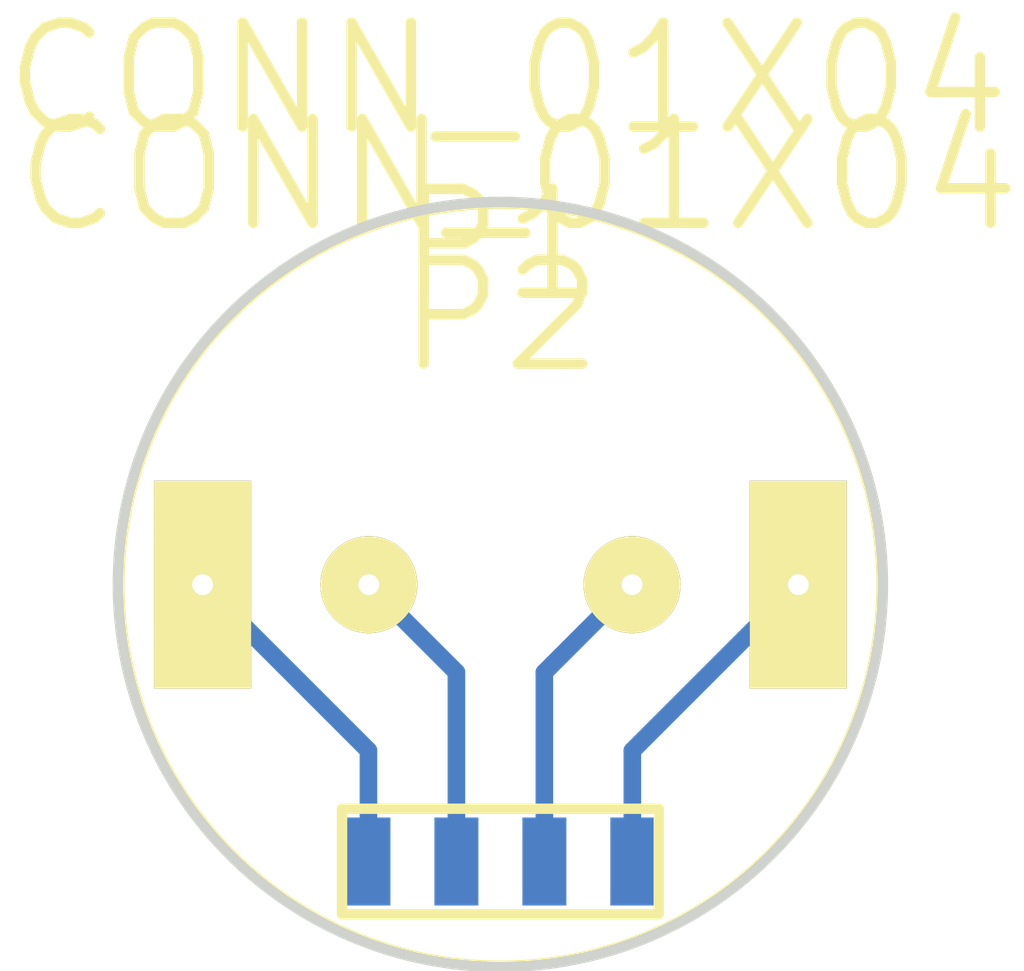
<source format=kicad_pcb>
(kicad_pcb (version 4) (host pcbnew "(2014-jul-16 BZR unknown)-product")

  (general
    (links 4)
    (no_connects 4)
    (area 142.902318 99.402318 154.097682 110.597682)
    (thickness 1.6)
    (drawings 1)
    (tracks 8)
    (zones 0)
    (modules 2)
    (nets 5)
  )

  (page A4)
  (layers
    (0 F.Cu signal)
    (31 B.Cu signal)
    (32 B.Adhes user)
    (33 F.Adhes user)
    (34 B.Paste user)
    (35 F.Paste user)
    (36 B.SilkS user)
    (37 F.SilkS user)
    (38 B.Mask user)
    (39 F.Mask user)
    (40 Dwgs.User user)
    (41 Cmts.User user)
    (42 Eco1.User user)
    (43 Eco2.User user)
    (44 Edge.Cuts user)
    (45 Margin user)
    (46 B.CrtYd user)
    (47 F.CrtYd user)
    (48 B.Fab user)
    (49 F.Fab user)
  )

  (setup
    (last_trace_width 0.254)
    (trace_clearance 0.254)
    (zone_clearance 0.508)
    (zone_45_only no)
    (trace_min 0.254)
    (segment_width 0.2)
    (edge_width 0.15)
    (via_size 0.889)
    (via_drill 0.635)
    (via_min_size 0.889)
    (via_min_drill 0.508)
    (uvia_size 0.508)
    (uvia_drill 0.127)
    (uvias_allowed no)
    (uvia_min_size 0.508)
    (uvia_min_drill 0.127)
    (pcb_text_width 0.3)
    (pcb_text_size 1 1)
    (mod_edge_width 0.15)
    (mod_text_size 1 1)
    (mod_text_width 0.15)
    (pad_size 0.635 1.27)
    (pad_drill 0)
    (pad_to_mask_clearance 0)
    (aux_axis_origin 0 0)
    (visible_elements FFFFF77F)
    (pcbplotparams
      (layerselection 0x01000_80000001)
      (usegerberextensions false)
      (excludeedgelayer true)
      (linewidth 0.100000)
      (plotframeref false)
      (viasonmask false)
      (mode 1)
      (useauxorigin false)
      (hpglpennumber 1)
      (hpglpenspeed 20)
      (hpglpendiameter 15)
      (hpglpenoverlay 2)
      (psnegative false)
      (psa4output false)
      (plotreference true)
      (plotvalue true)
      (plotinvisibletext false)
      (padsonsilk false)
      (subtractmaskfromsilk false)
      (outputformat 1)
      (mirror false)
      (drillshape 0)
      (scaleselection 1)
      (outputdirectory OUTPUT/))
  )

  (net 0 "")
  (net 1 "Net-(P1-Pad2)")
  (net 2 "Net-(P1-Pad3)")
  (net 3 "Net-(P1-Pad1)")
  (net 4 "Net-(P1-Pad4)")

  (net_class Default "This is the default net class."
    (clearance 0.254)
    (trace_width 0.254)
    (via_dia 0.889)
    (via_drill 0.635)
    (uvia_dia 0.508)
    (uvia_drill 0.127)
    (add_net "Net-(P1-Pad1)")
    (add_net "Net-(P1-Pad2)")
    (add_net "Net-(P1-Pad3)")
    (add_net "Net-(P1-Pad4)")
  )

  (module Saul_footprints_new:elec_gold (layer F.Cu) (tedit 53F7472A) (tstamp 53F74ABE)
    (at 148.5011 105.0036)
    (path /53F74338)
    (fp_text reference P1 (at 0 -4.9) (layer F.SilkS)
      (effects (font (size 1.5 1.5) (thickness 0.15)))
    )
    (fp_text value CONN_01X04 (at 0.1 -7.3) (layer F.SilkS)
      (effects (font (size 1.5 1.5) (thickness 0.15)))
    )
    (fp_circle (center 0 0) (end -5.5 0) (layer F.SilkS) (width 0.15))
    (pad 2 thru_hole circle (at -1.9 0) (size 1.4 1.4) (drill 0.3) (layers *.Cu *.Mask F.SilkS)
      (net 1 "Net-(P1-Pad2)"))
    (pad 3 thru_hole circle (at 1.9 0) (size 1.4 1.4) (drill 0.3) (layers *.Cu *.Mask F.SilkS)
      (net 2 "Net-(P1-Pad3)"))
    (pad 1 thru_hole rect (at -4.3 0) (size 1.4 3) (drill 0.3) (layers *.Cu *.Mask F.SilkS)
      (net 3 "Net-(P1-Pad1)"))
    (pad 4 thru_hole rect (at 4.3 0) (size 1.4 3) (drill 0.3) (layers *.Cu *.Mask F.SilkS)
      (net 4 "Net-(P1-Pad4)"))
  )

  (module Saul_footprints_new:elec_gold_conn (layer F.Cu) (tedit 53F74CD4) (tstamp 53F74D88)
    (at 148.5 109)
    (path /53F74310)
    (fp_text reference P2 (at 0 -7.874) (layer F.SilkS)
      (effects (font (size 1.5 1.5) (thickness 0.15)))
    )
    (fp_text value CONN_01X04 (at 0.254 -9.906) (layer F.SilkS)
      (effects (font (size 1.5 1.5) (thickness 0.15)))
    )
    (fp_line (start -2.286 -0.762) (end 2.286 -0.762) (layer F.SilkS) (width 0.15))
    (fp_line (start 2.286 -0.762) (end 2.286 0.762) (layer F.SilkS) (width 0.15))
    (fp_line (start 2.286 0.762) (end -2.286 0.762) (layer F.SilkS) (width 0.15))
    (fp_line (start -2.286 0.762) (end -2.286 -0.762) (layer F.SilkS) (width 0.15))
    (pad 2 smd rect (at -0.635 0) (size 0.635 1.27) (layers B.Cu B.Mask)
      (net 1 "Net-(P1-Pad2)"))
    (pad 3 smd rect (at 0.635 0) (size 0.635 1.27) (layers B.Cu B.Mask)
      (net 2 "Net-(P1-Pad3)"))
    (pad 4 smd rect (at 1.905 0) (size 0.635 1.27) (layers B.Cu B.Mask)
      (net 4 "Net-(P1-Pad4)"))
    (pad 1 smd rect (at -1.905 0) (size 0.635 1.27) (layers B.Cu B.Mask)
      (net 3 "Net-(P1-Pad1)"))
  )

  (gr_circle (center 148.5 105) (end 154 104.5) (layer Edge.Cuts) (width 0.15))

  (segment (start 147.865 109) (end 147.865 106.2675) (width 0.254) (layer B.Cu) (net 1))
  (segment (start 147.865 106.2675) (end 146.6011 105.0036) (width 0.254) (layer B.Cu) (net 1) (tstamp 53F74B1A))
  (segment (start 149.135 109) (end 149.135 106.2697) (width 0.254) (layer B.Cu) (net 2))
  (segment (start 149.135 106.2697) (end 150.4011 105.0036) (width 0.254) (layer B.Cu) (net 2) (tstamp 53F74B1E))
  (segment (start 146.595 109) (end 146.595 107.3975) (width 0.254) (layer B.Cu) (net 3))
  (segment (start 146.595 107.3975) (end 144.2011 105.0036) (width 0.254) (layer B.Cu) (net 3) (tstamp 53F74B0C))
  (segment (start 150.405 109) (end 150.405 107.3997) (width 0.254) (layer B.Cu) (net 4))
  (segment (start 150.405 107.3997) (end 152.8011 105.0036) (width 0.254) (layer B.Cu) (net 4) (tstamp 53F74B22))

)

</source>
